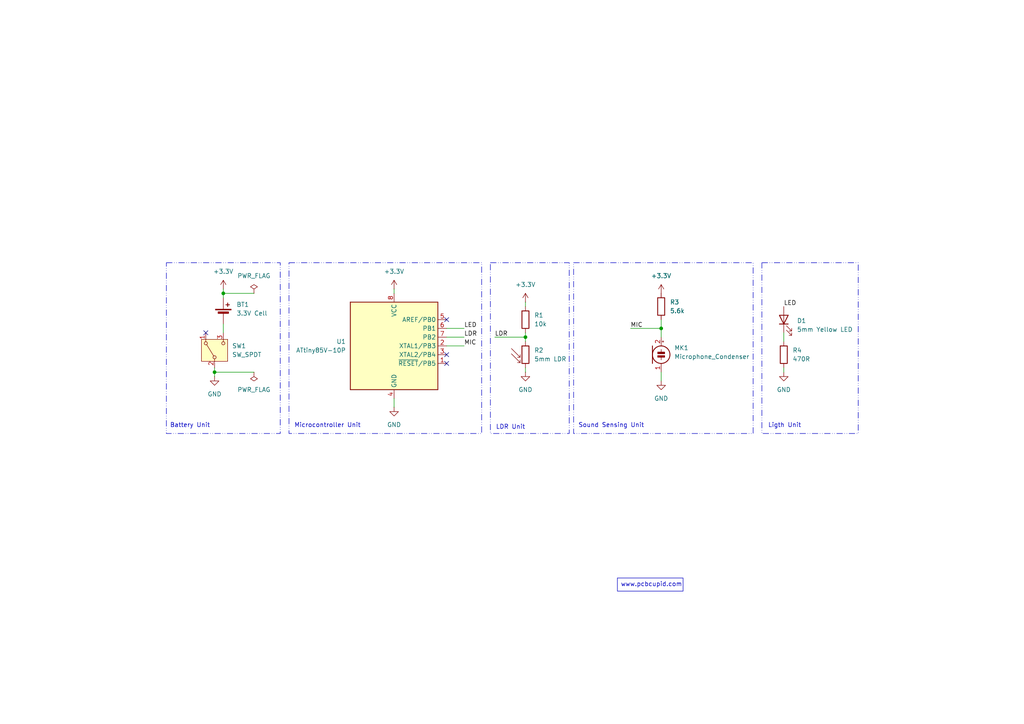
<source format=kicad_sch>
(kicad_sch (version 20231120) (generator "eeschema") (generator_version "8.0")
  (paper "A4")
  (title_block (title "Digital Diya") (date "2024-06-01") (rev "v1") (company "It's a ATTiny 85 Based Circuit"))
  (lib_symbols
    (symbol "Device:Battery_Cell" (pin_numbers hide) (pin_names (offset 0) hide)
      (property "Reference" "BT" (at 2.54 2.54 0))
      (property "Value" "Battery_Cell" (at 2.54 0 0))
      (symbol "Battery_Cell_0_1"
        (rectangle (start -2.286 1.778) (end 2.286 1.524) (fill (type outline)))
        (rectangle (start -1.524 1.016) (end 1.524 0.508) (fill (type outline)))
        (polyline (pts (xy 0 0.762) (xy 0 0)))
        (polyline (pts (xy 0 1.778) (xy 0 2.54)))
        (polyline (pts (xy 0.762 3.048) (xy 1.778 3.048)) (stroke (width 0.254)))
        (polyline (pts (xy 1.27 3.556) (xy 1.27 2.54)) (stroke (width 0.254)))
      )
      (symbol "Battery_Cell_1_1"
        (pin passive line (at 0 5.08 270) (length 2.54) (name "+") (number "1"))
        (pin passive line (at 0 -2.54 90) (length 2.54) (name "-") (number "2"))
      )
    )
    (symbol "Device:LED" (pin_numbers hide) (pin_names (offset 1.016) hide)
      (property "Reference" "D" (at 0 2.54 0))
      (property "Value" "LED" (at 0 -2.54 0))
      (symbol "LED_0_1"
        (polyline (pts (xy -1.27 -1.27) (xy -1.27 1.27)) (stroke (width 0.254)))
        (polyline (pts (xy -1.27 0) (xy 1.27 0)))
        (polyline (pts (xy 1.27 -1.27) (xy 1.27 1.27) (xy -1.27 0) (xy 1.27 -1.27)) (stroke (width 0.254)))
        (polyline (pts (xy -3.048 -0.762) (xy -4.572 -2.286) (xy -3.81 -2.286) (xy -4.572 -2.286) (xy -4.572 -1.524)))
        (polyline (pts (xy -1.778 -0.762) (xy -3.302 -2.286) (xy -2.54 -2.286) (xy -3.302 -2.286) (xy -3.302 -1.524)))
      )
      (symbol "LED_1_1"
        (pin passive line (at -3.81 0 0) (length 2.54) (name "K") (number "1"))
        (pin passive line (at 3.81 0 180) (length 2.54) (name "A") (number "2"))
      )
    )
    (symbol "Device:Microphone_Condenser" (pin_names (offset 0.0254) hide)
      (property "Reference" "MK" (at -3.302 1.27 0))
      (property "Value" "Microphone_Condenser" (at -3.302 -0.635 0))
      (symbol "Microphone_Condenser_0_1"
        (polyline (pts (xy -2.54 2.54) (xy -2.54 -2.54)) (stroke (width 0.254)))
        (polyline (pts (xy 0 -0.762) (xy 0 -1.524)))
        (polyline (pts (xy 0 0.762) (xy 0 1.524)))
        (polyline (pts (xy 0.254 3.81) (xy 0.762 3.81)))
        (polyline (pts (xy 0.508 4.064) (xy 0.508 3.556)))
        (circle (center 0 0) (radius 2.54) (stroke (width 0.254)))
        (rectangle (start 1.016 -0.254) (end -1.016 -0.762) (fill (type outline)))
        (rectangle (start 1.016 0.762) (end -1.016 0.254) (fill (type outline)))
      )
      (symbol "Microphone_Condenser_1_1"
        (pin passive line (at 0 -5.08 90) (length 2.54) (name "-") (number "1"))
        (pin passive line (at 0 5.08 270) (length 2.54) (name "+") (number "2"))
      )
    )
    (symbol "Device:R" (pin_numbers hide) (pin_names (offset 0))
      (property "Reference" "R" (at 2.032 0 90))
      (property "Value" "R" (at 0 0 90))
      (symbol "R_0_1"
        (rectangle (start -1.016 -2.54) (end 1.016 2.54) (stroke (width 0.254)))
      )
      (symbol "R_1_1"
        (pin passive line (at 0 3.81 270) (length 1.27) (name "~") (number "1"))
        (pin passive line (at 0 -3.81 90) (length 1.27) (name "~") (number "2"))
      )
    )
    (symbol "MCU_Microchip_ATtiny:ATtiny85V-10P"
      (property "Reference" "U" (at -12.7 13.97 0))
      (property "Value" "ATtiny85V-10P" (at 2.54 -13.97 0))
      (symbol "ATtiny85V-10P_0_1"
        (rectangle (start -12.7 -12.7) (end 12.7 12.7) (stroke (width 0.254)) (fill (type background)))
      )
      (symbol "ATtiny85V-10P_1_1"
        (pin bidirectional line (at 15.24 -5.08 180) (length 2.54) (name "~{RESET}/PB5") (number "1"))
        (pin bidirectional line (at 15.24 0 180) (length 2.54) (name "XTAL1/PB3") (number "2"))
        (pin bidirectional line (at 15.24 -2.54 180) (length 2.54) (name "XTAL2/PB4") (number "3"))
        (pin power_in line (at 0 -15.24 90) (length 2.54) (name "GND") (number "4"))
        (pin bidirectional line (at 15.24 7.62 180) (length 2.54) (name "AREF/PB0") (number "5"))
        (pin bidirectional line (at 15.24 5.08 180) (length 2.54) (name "PB1") (number "6"))
        (pin bidirectional line (at 15.24 2.54 180) (length 2.54) (name "PB2") (number "7"))
        (pin power_in line (at 0 15.24 270) (length 2.54) (name "VCC") (number "8"))
      )
    )
    (symbol "Sensor_Optical:LDR07" (pin_numbers hide) (pin_names (offset 0))
      (property "Reference" "R" (at -5.08 0 90))
      (property "Value" "LDR07" (at 1.905 0 90))
      (symbol "LDR07_0_1"
        (rectangle (start -1.016 2.54) (end 1.016 -2.54) (stroke (width 0.254)))
        (polyline (pts (xy -1.524 -2.286) (xy -4.064 0.254)))
        (polyline (pts (xy -1.524 -2.286) (xy -2.286 -2.286)))
        (polyline (pts (xy -1.524 -2.286) (xy -1.524 -1.524)))
        (polyline (pts (xy -1.524 -0.762) (xy -4.064 1.778)))
        (polyline (pts (xy -1.524 -0.762) (xy -2.286 -0.762)))
        (polyline (pts (xy -1.524 -0.762) (xy -1.524 0)))
      )
      (symbol "LDR07_1_1"
        (pin passive line (at 0 3.81 270) (length 1.27) (name "~") (number "1"))
        (pin passive line (at 0 -3.81 90) (length 1.27) (name "~") (number "2"))
      )
    )
    (symbol "Switch:SW_SPDT" (pin_names (offset 0) hide)
      (property "Reference" "SW" (at 0 5.08 0))
      (property "Value" "SW_SPDT" (at 0 -5.08 0))
      (symbol "SW_SPDT_0_1"
        (circle (center -2.032 0) (radius 0.4572))
        (polyline (pts (xy -1.651 0.254) (xy 1.651 2.286)))
        (circle (center 2.032 -2.54) (radius 0.4572))
        (circle (center 2.032 2.54) (radius 0.4572))
      )
      (symbol "SW_SPDT_1_1"
        (rectangle (start -3.175 3.81) (end 3.175 -3.81) (fill (type background)))
        (pin passive line (at 5.08 2.54 180) (length 2.54) (name "A") (number "1"))
        (pin passive line (at -5.08 0 0) (length 2.54) (name "B") (number "2"))
        (pin passive line (at 5.08 -2.54 180) (length 2.54) (name "C") (number "3"))
      )
    )
    (symbol "power:+3.3V" (power) (pin_numbers hide) (pin_names (offset 0) hide)
      (property "Value" "+3.3V" (at 0 3.556 0))
      (symbol "+3.3V_0_1"
        (polyline (pts (xy -0.762 1.27) (xy 0 2.54)))
        (polyline (pts (xy 0 0) (xy 0 2.54)))
        (polyline (pts (xy 0 2.54) (xy 0.762 1.27)))
      )
      (symbol "+3.3V_1_1"
        (pin power_in line (at 0 0 90) (length 0) (name "~") (number "1"))
      )
    )
    (symbol "power:GND" (power) (pin_numbers hide) (pin_names (offset 0) hide)
      (property "Value" "GND" (at 0 -3.81 0))
      (symbol "GND_0_1"
        (polyline (pts (xy 0 0) (xy 0 -1.27) (xy 1.27 -1.27) (xy 0 -2.54) (xy -1.27 -1.27) (xy 0 -1.27)))
      )
      (symbol "GND_1_1"
        (pin power_in line (at 0 0 270) (length 0) (name "~") (number "1"))
      )
    )
    (symbol "power:PWR_FLAG" (power) (pin_numbers hide) (pin_names (offset 0) hide)
      (property "Value" "PWR_FLAG" (at 0 3.81 0))
      (symbol "PWR_FLAG_0_0"
        (pin power_out line (at 0 0 90) (length 0) (name "~") (number "1"))
      )
      (symbol "PWR_FLAG_0_1"
        (polyline (pts (xy 0 0) (xy 0 1.27) (xy -1.016 1.905) (xy 0 2.54) (xy 1.016 1.905) (xy 0 1.27)))
      )
    )
  )
  (junction (at 152.4 97.79))
  (junction (at 64.77 85.09))
  (junction (at 62.23 107.95))
  (junction (at 191.77 95.25))
  (no_connect (at 59.69 96.52))
  (no_connect (at 129.54 105.41))
  (no_connect (at 129.54 102.87))
  (no_connect (at 129.54 92.71))
  (wire (pts (xy 191.77 92.71) (xy 191.77 95.25)))
  (wire (pts (xy 227.33 106.68) (xy 227.33 107.95)))
  (wire (pts (xy 152.4 87.63) (xy 152.4 88.9)))
  (wire (pts (xy 227.33 96.52) (xy 227.33 99.06)))
  (wire (pts (xy 129.54 100.33) (xy 134.62 100.33)))
  (wire (pts (xy 64.77 85.09) (xy 64.77 86.36)))
  (wire (pts (xy 62.23 106.68) (xy 62.23 107.95)))
  (wire (pts (xy 64.77 96.52) (xy 64.77 93.98)))
  (wire (pts (xy 191.77 95.25) (xy 191.77 97.79)))
  (wire (pts (xy 64.77 85.09) (xy 73.66 85.09)))
  (wire (pts (xy 64.77 83.82) (xy 64.77 85.09)))
  (wire (pts (xy 114.3 83.82) (xy 114.3 85.09)))
  (wire (pts (xy 191.77 107.95) (xy 191.77 110.49)))
  (wire (pts (xy 129.54 95.25) (xy 134.62 95.25)))
  (wire (pts (xy 62.23 107.95) (xy 62.23 109.22)))
  (wire (pts (xy 182.88 95.25) (xy 191.77 95.25)))
  (wire (pts (xy 143.51 97.79) (xy 152.4 97.79)))
  (wire (pts (xy 152.4 97.79) (xy 152.4 99.06)))
  (wire (pts (xy 114.3 115.57) (xy 114.3 118.11)))
  (wire (pts (xy 62.23 107.95) (xy 73.66 107.95)))
  (wire (pts (xy 129.54 97.79) (xy 134.62 97.79)))
  (wire (pts (xy 152.4 106.68) (xy 152.4 107.95)))
  (wire (pts (xy 152.4 96.52) (xy 152.4 97.79)))
  (rectangle (start 48.26 76.2) (end 81.28 125.73) (stroke (width 0) (type dash_dot_dot)))
  (rectangle (start 83.82 76.2) (end 139.7 125.73) (stroke (width 0) (type dash_dot_dot)))
  (rectangle (start 166.37 76.2) (end 218.44 125.73) (stroke (width 0) (type dash_dot_dot)))
  (rectangle (start 142.24 76.2) (end 165.1 125.73) (stroke (width 0) (type dash_dot_dot)))
  (rectangle (start 220.98 76.2) (end 248.92 125.73) (stroke (width 0) (type dash_dot_dot)))
  (text_box "www.pcbcupid.com" (at 179.07 167.64 0) (size 19.05 3.81) (effects (font (size 1.27 1.27)) (justify left top)))
  (text "Ligth Unit" (at 227.584 123.444 0) (effects (font (size 1.27 1.27))))
  (text "Sound Sensing Unit" (at 177.292 123.444 0) (effects (font (size 1.27 1.27))))
  (text "Battery Unit" (at 55.118 123.444 0) (effects (font (size 1.27 1.27))))
  (text "Microcontroller Unit" (at 94.996 123.444 0) (effects (font (size 1.27 1.27))))
  (text "LDR Unit" (at 148.082 123.952 0) (effects (font (size 1.27 1.27))))
  (label "LDR" (at 134.62 97.79 0))
  (label "LED" (at 227.33 88.9 0))
  (label "LDR" (at 143.51 97.79 0))
  (label "MIC" (at 182.88 95.25 0))
  (label "LED" (at 134.62 95.25 0))
  (label "MIC" (at 134.62 100.33 0))
  (symbol (lib_id "Switch:SW_SPDT") (at 62.23 101.6 90) (unit 1)
    (property "Reference" "SW1" (at 67.31 100.3299 90) (effects (justify right)))
    (property "Value" "SW_SPDT" (at 67.31 102.8699 90) (effects (justify right)))
    (property "Description" "Switch, single pole double throw" (effects (hide yes)))
  )
  (symbol (lib_id "Device:LED") (at 227.33 92.71 90) (unit 1)
    (property "Reference" "D1" (at 231.14 93.0274 90) (effects (justify right)))
    (property "Value" "5mm Yellow LED" (at 231.14 95.5674 90) (effects (justify right)))
    (property "Description" "Light emitting diode" (effects (hide yes)))
  )
  (symbol (lib_id "power:PWR_FLAG") (at 73.66 107.95 180) (unit 1)
    (property "Reference" "#FLG02" (effects (hide yes)))
    (property "Value" "PWR_FLAG" (at 73.66 113.03 0))
    (property "Description" "Special symbol for telling ERC where power comes from" (effects (hide yes)))
  )
  (symbol (lib_id "Device:Microphone_Condenser") (at 191.77 102.87 0) (unit 1)
    (property "Reference" "MK1" (at 195.58 100.9014 0) (effects (justify left)))
    (property "Value" "Microphone_Condenser" (at 195.58 103.4414 0) (effects (justify left)))
    (property "Description" "Condenser microphone" (effects (hide yes)))
  )
  (symbol (lib_id "power:+3.3V") (at 191.77 85.09 0) (unit 1)
    (property "Reference" "#PWR07" (effects (hide yes)))
    (property "Value" "+3.3V" (at 191.77 80.01 0))
    (property "Description" "Power symbol creates a global label with name \"+3.3V\"" (effects (hide yes)))
  )
  (symbol (lib_id "Device:R") (at 191.77 88.9 0) (unit 1)
    (property "Reference" "R3" (at 194.31 87.6299 0) (effects (justify left)))
    (property "Value" "5.6k" (at 194.31 90.1699 0) (effects (justify left)))
    (property "Description" "Resistor" (effects (hide yes)))
  )
  (symbol (lib_id "power:+3.3V") (at 152.4 87.63 0) (unit 1)
    (property "Reference" "#PWR05" (effects (hide yes)))
    (property "Value" "+3.3V" (at 152.4 82.55 0))
    (property "Description" "Power symbol creates a global label with name \"+3.3V\"" (effects (hide yes)))
  )
  (symbol (lib_id "power:GND") (at 152.4 107.95 0) (unit 1)
    (property "Reference" "#PWR06" (effects (hide yes)))
    (property "Value" "GND" (at 152.4 113.03 0))
    (property "Description" "Power symbol creates a global label with name \"GND\" , ground" (effects (hide yes)))
  )
  (symbol (lib_id "power:GND") (at 227.33 107.95 0) (unit 1)
    (property "Reference" "#PWR09" (effects (hide yes)))
    (property "Value" "GND" (at 227.33 113.03 0))
    (property "Description" "Power symbol creates a global label with name \"GND\" , ground" (effects (hide yes)))
  )
  (symbol (lib_id "MCU_Microchip_ATtiny:ATtiny85V-10P") (at 114.3 100.33 0) (unit 1)
    (property "Reference" "U1" (at 100.33 99.0599 0) (effects (justify right)))
    (property "Value" "ATtiny85V-10P" (at 100.33 101.5999 0) (effects (justify right)))
    (property "Footprint" "Package_DIP:DIP-8_W7.62mm" (effects (hide yes)))
    (property "Datasheet" "http://ww1.microchip.com/downloads/en/DeviceDoc/atmel-2586-avr-8-bit-microcontroller-attiny25-attiny45-attiny85_datasheet.pdf" (effects (hide yes)))
    (property "Description" "10MHz, 8kB Flash, 512B SRAM, 512B EEPROM, debugWIRE, DIP-8" (effects (hide yes)))
  )
  (symbol (lib_id "power:+3.3V") (at 64.77 83.82 0) (unit 1)
    (property "Reference" "#PWR02" (effects (hide yes)))
    (property "Value" "+3.3V" (at 64.77 78.74 0))
    (property "Description" "Power symbol creates a global label with name \"+3.3V\"" (effects (hide yes)))
  )
  (symbol (lib_id "power:+3.3V") (at 114.3 83.82 0) (unit 1)
    (property "Reference" "#PWR03" (effects (hide yes)))
    (property "Value" "+3.3V" (at 114.3 78.74 0))
    (property "Description" "Power symbol creates a global label with name \"+3.3V\"" (effects (hide yes)))
  )
  (symbol (lib_id "power:GND") (at 114.3 118.11 0) (unit 1)
    (property "Reference" "#PWR04" (effects (hide yes)))
    (property "Value" "GND" (at 114.3 123.19 0))
    (property "Description" "Power symbol creates a global label with name \"GND\" , ground" (effects (hide yes)))
  )
  (symbol (lib_id "power:GND") (at 191.77 110.49 0) (unit 1)
    (property "Reference" "#PWR08" (effects (hide yes)))
    (property "Value" "GND" (at 191.77 115.57 0))
    (property "Description" "Power symbol creates a global label with name \"GND\" , ground" (effects (hide yes)))
  )
  (symbol (lib_id "Device:Battery_Cell") (at 64.77 91.44 0) (unit 1)
    (property "Reference" "BT1" (at 68.58 88.3284 0) (effects (justify left)))
    (property "Value" "3.3V Cell" (at 68.58 90.8684 0) (effects (justify left)))
    (property "Description" "Single-cell battery" (effects (hide yes)))
  )
  (symbol (lib_id "Sensor_Optical:LDR07") (at 152.4 102.87 0) (unit 1)
    (property "Reference" "R2" (at 154.94 101.5999 0) (effects (justify left)))
    (property "Value" "5mm LDR" (at 154.94 104.1399 0) (effects (justify left)))
    (property "Footprint" "OptoDevice:R_LDR_5.1x4.3mm_P3.4mm_Vertical" (effects (hide yes)))
    (property "Datasheet" "http://www.tme.eu/de/Document/f2e3ad76a925811312d226c31da4cd7e/LDR07.pdf" (effects (hide yes)))
    (property "Description" "light dependent resistor" (effects (hide yes)))
  )
  (symbol (lib_id "Device:R") (at 227.33 102.87 0) (unit 1)
    (property "Reference" "R4" (at 229.87 101.5999 0) (effects (justify left)))
    (property "Value" "470R" (at 229.87 104.1399 0) (effects (justify left)))
    (property "Description" "Resistor" (effects (hide yes)))
  )
  (symbol (lib_id "power:GND") (at 62.23 109.22 0) (unit 1)
    (property "Reference" "#PWR01" (effects (hide yes)))
    (property "Value" "GND" (at 62.23 114.3 0))
    (property "Description" "Power symbol creates a global label with name \"GND\" , ground" (effects (hide yes)))
  )
  (symbol (lib_id "Device:R") (at 152.4 92.71 0) (unit 1)
    (property "Reference" "R1" (at 154.94 91.4399 0) (effects (justify left)))
    (property "Value" "10k" (at 154.94 93.9799 0) (effects (justify left)))
    (property "Description" "Resistor" (effects (hide yes)))
  )
  (symbol (lib_id "power:PWR_FLAG") (at 73.66 85.09 0) (unit 1)
    (property "Reference" "#FLG01" (effects (hide yes)))
    (property "Value" "PWR_FLAG" (at 73.66 80.01 0))
    (property "Description" "Special symbol for telling ERC where power comes from" (effects (hide yes)))
  )
)
</source>
